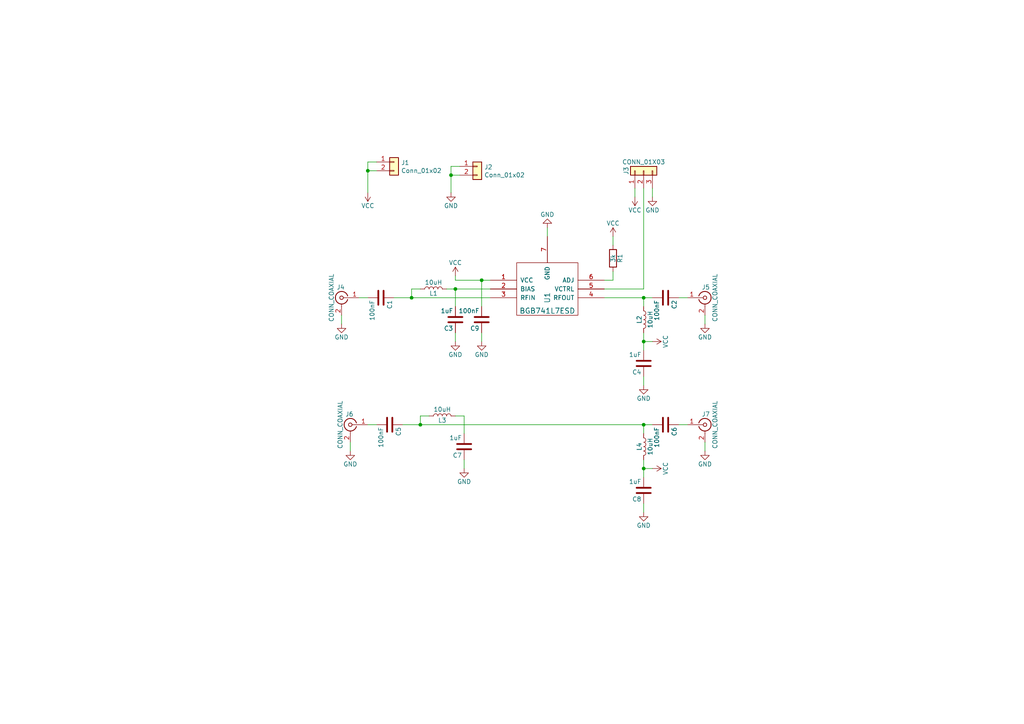
<source format=kicad_sch>
(kicad_sch (version 20230121) (generator eeschema)
  (paper "A4")
  (lib_symbols
    (symbol "BGB741L7ESD-rescue:BGB741L7ESD-gsg-symbols" (pin_names (offset 1.016))
      (property "Reference" "U" (at 0 -2.54 90))
      (property "Value" "gsg-symbols_BGB741L7ESD" (at 0 -6.35 0))
      (symbol "BGB741L7ESD-gsg-symbols_0_1"
        (rectangle (start -8.89 7.62) (end 8.89 -7.62))
      )
      (symbol "BGB741L7ESD-gsg-symbols_1_1"
        (pin power_in line (at -16.51 2.54 0) (length 7.62) (name "VCC") (number "1"))
        (pin output line (at -16.51 0 0) (length 7.62) (name "BIAS") (number "2"))
        (pin input line (at -16.51 -2.54 0) (length 7.62) (name "RFIN") (number "3"))
        (pin output line (at 16.51 -2.54 180) (length 7.62) (name "RFOUT") (number "4"))
        (pin input line (at 16.51 0 180) (length 7.62) (name "VCTRL") (number "5"))
        (pin input line (at 16.51 2.54 180) (length 7.62) (name "ADJ") (number "6"))
        (pin power_in line (at 0 15.24 270) (length 7.62) (name "GND") (number "7"))
      )
    )
    (symbol "Connector:Conn_Coaxial" (pin_names (offset 1.016) hide)
      (property "Reference" "J" (at 0.254 3.048 0))
      (property "Value" "Conn_Coaxial" (at 2.921 0 90))
      (symbol "Conn_Coaxial_0_1"
        (arc (start -1.778 -0.508) (mid 0.2311 -1.8066) (end 1.778 0) (stroke (width 0.254)))
        (polyline (pts (xy -2.54 0) (xy -0.508 0)))
        (polyline (pts (xy 0 -2.54) (xy 0 -1.778)))
        (circle (center 0 0) (radius 0.508) (stroke (width 0.2032)))
        (arc (start 1.778 0) (mid 0.2099 1.8101) (end -1.778 0.508) (stroke (width 0.254)))
      )
      (symbol "Conn_Coaxial_1_1"
        (pin passive line (at -5.08 0 0) (length 2.54) (name "In") (number "1"))
        (pin passive line (at 0 -5.08 90) (length 2.54) (name "Ext") (number "2"))
      )
    )
    (symbol "Connector_Generic:Conn_01x02" (pin_names (offset 1.016) hide)
      (property "Reference" "J" (at 0 2.54 0))
      (property "Value" "Conn_01x02" (at 0 -5.08 0))
      (symbol "Conn_01x02_1_1"
        (rectangle (start -1.27 -2.413) (end 0 -2.667) (stroke (width 0.1524)))
        (rectangle (start -1.27 0.127) (end 0 -0.127) (stroke (width 0.1524)))
        (rectangle (start -1.27 1.27) (end 1.27 -3.81) (stroke (width 0.254)) (fill (type background)))
        (pin passive line (at -5.08 0 0) (length 3.81) (name "Pin_1") (number "1"))
        (pin passive line (at -5.08 -2.54 0) (length 3.81) (name "Pin_2") (number "2"))
      )
    )
    (symbol "Connector_Generic:Conn_01x03" (pin_names (offset 1.016) hide)
      (property "Reference" "J" (at 0 5.08 0))
      (property "Value" "Conn_01x03" (at 0 -5.08 0))
      (symbol "Conn_01x03_1_1"
        (rectangle (start -1.27 -2.413) (end 0 -2.667) (stroke (width 0.1524)))
        (rectangle (start -1.27 0.127) (end 0 -0.127) (stroke (width 0.1524)))
        (rectangle (start -1.27 2.667) (end 0 2.413) (stroke (width 0.1524)))
        (rectangle (start -1.27 3.81) (end 1.27 -3.81) (stroke (width 0.254)) (fill (type background)))
        (pin passive line (at -5.08 2.54 0) (length 3.81) (name "Pin_1") (number "1"))
        (pin passive line (at -5.08 0 0) (length 3.81) (name "Pin_2") (number "2"))
        (pin passive line (at -5.08 -2.54 0) (length 3.81) (name "Pin_3") (number "3"))
      )
    )
    (symbol "Device:C" (pin_numbers hide) (pin_names (offset 0.254))
      (property "Reference" "C" (at 0.635 2.54 0))
      (property "Value" "C" (at 0.635 -2.54 0))
      (symbol "C_0_1"
        (polyline (pts (xy -2.032 -0.762) (xy 2.032 -0.762)) (stroke (width 0.508)))
        (polyline (pts (xy -2.032 0.762) (xy 2.032 0.762)) (stroke (width 0.508)))
      )
      (symbol "C_1_1"
        (pin passive line (at 0 3.81 270) (length 2.794) (name "~") (number "1"))
        (pin passive line (at 0 -3.81 90) (length 2.794) (name "~") (number "2"))
      )
    )
    (symbol "Device:L" (pin_numbers hide) (pin_names (offset 1.016) hide)
      (property "Reference" "L" (at -1.27 0 90))
      (property "Value" "L" (at 1.905 0 90))
      (symbol "L_0_1"
        (arc (start 0 -2.54) (mid 0.6323 -1.905) (end 0 -1.27))
        (arc (start 0 -1.27) (mid 0.6323 -0.635) (end 0 0))
        (arc (start 0 0) (mid 0.6323 0.635) (end 0 1.27))
        (arc (start 0 1.27) (mid 0.6323 1.905) (end 0 2.54))
      )
      (symbol "L_1_1"
        (pin passive line (at 0 3.81 270) (length 1.27) (name "1") (number "1"))
        (pin passive line (at 0 -3.81 90) (length 1.27) (name "2") (number "2"))
      )
    )
    (symbol "Device:R" (pin_numbers hide) (pin_names (offset 0))
      (property "Reference" "R" (at 2.032 0 90))
      (property "Value" "R" (at 0 0 90))
      (symbol "R_0_1"
        (rectangle (start -1.016 -2.54) (end 1.016 2.54) (stroke (width 0.254)))
      )
      (symbol "R_1_1"
        (pin passive line (at 0 3.81 270) (length 1.27) (name "~") (number "1"))
        (pin passive line (at 0 -3.81 90) (length 1.27) (name "~") (number "2"))
      )
    )
    (symbol "power:GND" (power) (pin_names (offset 0))
      (property "Value" "GND" (at 0 -3.81 0))
      (symbol "GND_0_1"
        (polyline (pts (xy 0 0) (xy 0 -1.27) (xy 1.27 -1.27) (xy 0 -2.54) (xy -1.27 -1.27) (xy 0 -1.27)))
      )
      (symbol "GND_1_1"
        (pin power_in line (at 0 0 270) (length 0) hide (name "GND") (number "1"))
      )
    )
    (symbol "power:VCC" (power) (pin_names (offset 0))
      (property "Value" "VCC" (at 0 3.81 0))
      (symbol "VCC_0_1"
        (polyline (pts (xy -0.762 1.27) (xy 0 2.54)))
        (polyline (pts (xy 0 0) (xy 0 2.54)))
        (polyline (pts (xy 0 2.54) (xy 0.762 1.27)))
      )
      (symbol "VCC_1_1"
        (pin power_in line (at 0 0 90) (length 0) hide (name "VCC") (number "1"))
      )
    )
  )
  (junction (at 121.92 123.19))
  (junction (at 139.7 81.28))
  (junction (at 106.68 49.53))
  (junction (at 186.69 135.89))
  (junction (at 119.38 86.36))
  (junction (at 132.08 83.82))
  (junction (at 186.69 86.36))
  (junction (at 186.69 99.06))
  (junction (at 186.69 123.19))
  (junction (at 130.81 50.8))
  (wire (pts (xy 184.15 54.61) (xy 184.15 57.15)))
  (wire (pts (xy 106.68 46.99) (xy 109.22 46.99)))
  (wire (pts (xy 130.81 50.8) (xy 130.81 48.26)))
  (wire (pts (xy 116.84 123.19) (xy 121.92 123.19)))
  (wire (pts (xy 119.38 86.36) (xy 142.24 86.36)))
  (wire (pts (xy 132.08 83.82) (xy 132.08 88.9)))
  (wire (pts (xy 132.08 120.65) (xy 134.62 120.65)))
  (wire (pts (xy 189.23 54.61) (xy 189.23 57.15)))
  (wire (pts (xy 99.06 93.98) (xy 99.06 91.44)))
  (wire (pts (xy 158.75 66.04) (xy 158.75 68.58)))
  (wire (pts (xy 186.69 123.19) (xy 186.69 125.73)))
  (wire (pts (xy 186.69 99.06) (xy 186.69 101.6)))
  (wire (pts (xy 132.08 96.52) (xy 132.08 99.06)))
  (wire (pts (xy 204.47 128.27) (xy 204.47 130.81)))
  (wire (pts (xy 175.26 81.28) (xy 177.8 81.28)))
  (wire (pts (xy 186.69 146.05) (xy 186.69 148.59)))
  (wire (pts (xy 106.68 55.88) (xy 106.68 49.53)))
  (wire (pts (xy 121.92 123.19) (xy 186.69 123.19)))
  (wire (pts (xy 130.81 55.88) (xy 130.81 50.8)))
  (wire (pts (xy 139.7 88.9) (xy 139.7 81.28)))
  (wire (pts (xy 104.14 86.36) (xy 106.68 86.36)))
  (wire (pts (xy 132.08 80.01) (xy 132.08 81.28)))
  (wire (pts (xy 186.69 135.89) (xy 186.69 138.43)))
  (wire (pts (xy 196.85 123.19) (xy 199.39 123.19)))
  (wire (pts (xy 175.26 83.82) (xy 186.69 83.82)))
  (wire (pts (xy 186.69 109.22) (xy 186.69 111.76)))
  (wire (pts (xy 106.68 49.53) (xy 106.68 46.99)))
  (wire (pts (xy 186.69 123.19) (xy 189.23 123.19)))
  (wire (pts (xy 121.92 120.65) (xy 121.92 123.19)))
  (wire (pts (xy 119.38 83.82) (xy 119.38 86.36)))
  (wire (pts (xy 204.47 91.44) (xy 204.47 93.98)))
  (wire (pts (xy 186.69 133.35) (xy 186.69 135.89)))
  (wire (pts (xy 101.6 130.81) (xy 101.6 128.27)))
  (wire (pts (xy 134.62 133.35) (xy 134.62 135.89)))
  (wire (pts (xy 186.69 86.36) (xy 189.23 86.36)))
  (wire (pts (xy 175.26 86.36) (xy 186.69 86.36)))
  (wire (pts (xy 186.69 99.06) (xy 189.23 99.06)))
  (wire (pts (xy 139.7 81.28) (xy 142.24 81.28)))
  (wire (pts (xy 132.08 81.28) (xy 139.7 81.28)))
  (wire (pts (xy 196.85 86.36) (xy 199.39 86.36)))
  (wire (pts (xy 186.69 83.82) (xy 186.69 54.61)))
  (wire (pts (xy 134.62 120.65) (xy 134.62 125.73)))
  (wire (pts (xy 124.46 120.65) (xy 121.92 120.65)))
  (wire (pts (xy 186.69 96.52) (xy 186.69 99.06)))
  (wire (pts (xy 106.68 49.53) (xy 109.22 49.53)))
  (wire (pts (xy 129.54 83.82) (xy 132.08 83.82)))
  (wire (pts (xy 177.8 81.28) (xy 177.8 78.74)))
  (wire (pts (xy 106.68 123.19) (xy 109.22 123.19)))
  (wire (pts (xy 121.92 83.82) (xy 119.38 83.82)))
  (wire (pts (xy 186.69 135.89) (xy 189.23 135.89)))
  (wire (pts (xy 139.7 96.52) (xy 139.7 99.06)))
  (wire (pts (xy 177.8 68.58) (xy 177.8 71.12)))
  (wire (pts (xy 130.81 48.26) (xy 133.35 48.26)))
  (wire (pts (xy 186.69 88.9) (xy 186.69 86.36)))
  (wire (pts (xy 114.3 86.36) (xy 119.38 86.36)))
  (wire (pts (xy 132.08 83.82) (xy 142.24 83.82)))
  (wire (pts (xy 130.81 50.8) (xy 133.35 50.8)))
  (symbol (lib_id "Connector:Conn_Coaxial") (at 204.47 86.36 0) (unit 1)
    (property "Reference" "J5" (at 204.724 83.312 0))
    (property "Value" "CONN_COAXIAL" (at 207.391 86.36 90))
    (property "Footprint" "gsg-modules:SMA-73251-2120" (effects hide))
  )
  (symbol (lib_id "Connector:Conn_Coaxial") (at 99.06 86.36 0) (mirror y) (unit 1)
    (property "Reference" "J4" (at 98.806 83.312 0))
    (property "Value" "CONN_COAXIAL" (at 96.139 86.36 90))
    (property "Footprint" "gsg-modules:SMA-73251-2120" (effects hide))
  )
  (symbol (lib_id "BGB741L7ESD-rescue:BGB741L7ESD-gsg-symbols") (at 158.75 83.82 0) (unit 1)
    (property "Reference" "U1" (at 158.75 86.36 90) (effects (font (size 1.524 1.524))))
    (property "Value" "BGB741L7ESD" (at 158.75 90.17 0) (effects (font (size 1.524 1.524))))
    (property "Footprint" "gsg-modules:TSLP-7-1" (effects hide))
  )
  (symbol (lib_id "Device:C") (at 193.04 86.36 270) (unit 1)
    (property "Reference" "C2" (at 195.58 86.995 0) (effects (justify left)))
    (property "Value" "100nF" (at 190.5 86.995 0) (effects (justify left)))
    (property "Footprint" "gsg-modules:0402" (effects hide))
  )
  (symbol (lib_id "Device:C") (at 110.49 86.36 270) (unit 1)
    (property "Reference" "C1" (at 113.03 86.995 0) (effects (justify left)))
    (property "Value" "100nF" (at 107.95 86.995 0) (effects (justify left)))
    (property "Footprint" "gsg-modules:0402" (effects hide))
  )
  (symbol (lib_id "Device:L") (at 186.69 92.71 0) (unit 1)
    (property "Reference" "L2" (at 185.42 92.71 90))
    (property "Value" "10uH" (at 188.595 92.71 90))
    (property "Footprint" "gsg-modules:0603" (effects hide))
  )
  (symbol (lib_id "Device:C") (at 186.69 105.41 180) (unit 1)
    (property "Reference" "C4" (at 186.055 107.95 0) (effects (justify left)))
    (property "Value" "1uF" (at 186.055 102.87 0) (effects (justify left)))
    (property "Footprint" "gsg-modules:0603" (effects hide))
  )
  (symbol (lib_id "power:GND") (at 186.69 111.76 0) (unit 1)
    (property "Reference" "#PWR01" (effects hide))
    (property "Value" "GND" (at 186.69 115.57 0))
  )
  (symbol (lib_id "power:VCC") (at 189.23 99.06 270) (unit 1)
    (property "Reference" "#PWR02" (effects hide))
    (property "Value" "VCC" (at 193.04 99.06 0))
  )
  (symbol (lib_id "Device:L") (at 125.73 83.82 90) (unit 1)
    (property "Reference" "L1" (at 125.73 85.09 90))
    (property "Value" "10uH" (at 125.73 81.915 90))
    (property "Footprint" "gsg-modules:0603" (effects hide))
  )
  (symbol (lib_id "Device:C") (at 132.08 92.71 180) (unit 1)
    (property "Reference" "C3" (at 131.445 95.25 0) (effects (justify left)))
    (property "Value" "1uF" (at 131.445 90.17 0) (effects (justify left)))
    (property "Footprint" "gsg-modules:0603" (effects hide))
  )
  (symbol (lib_id "power:GND") (at 132.08 99.06 0) (unit 1)
    (property "Reference" "#PWR03" (effects hide))
    (property "Value" "GND" (at 132.08 102.87 0))
  )
  (symbol (lib_id "power:VCC") (at 132.08 80.01 0) (unit 1)
    (property "Reference" "#PWR04" (effects hide))
    (property "Value" "VCC" (at 132.08 76.2 0))
  )
  (symbol (lib_id "power:GND") (at 158.75 66.04 180) (unit 1)
    (property "Reference" "#PWR05" (effects hide))
    (property "Value" "GND" (at 158.75 62.23 0))
  )
  (symbol (lib_id "Device:R") (at 177.8 74.93 0) (unit 1)
    (property "Reference" "R1" (at 179.832 74.93 90))
    (property "Value" "3k" (at 177.8 74.93 90))
    (property "Footprint" "gsg-modules:0603" (effects hide))
  )
  (symbol (lib_id "power:VCC") (at 177.8 68.58 0) (unit 1)
    (property "Reference" "#PWR06" (effects hide))
    (property "Value" "VCC" (at 177.8 64.77 0))
  )
  (symbol (lib_id "power:GND") (at 204.47 93.98 0) (unit 1)
    (property "Reference" "#PWR07" (effects hide))
    (property "Value" "GND" (at 204.47 97.79 0))
  )
  (symbol (lib_id "power:GND") (at 99.06 93.98 0) (unit 1)
    (property "Reference" "#PWR08" (effects hide))
    (property "Value" "GND" (at 99.06 97.79 0))
  )
  (symbol (lib_id "Connector_Generic:Conn_01x03") (at 186.69 49.53 90) (unit 1)
    (property "Reference" "J3" (at 181.61 49.53 0))
    (property "Value" "CONN_01X03" (at 186.69 46.99 90))
    (property "Footprint" "Connector_PinHeader_2.54mm:PinHeader_1x03_P2.54mm_Vertical" (effects hide))
  )
  (symbol (lib_id "power:VCC") (at 184.15 57.15 180) (unit 1)
    (property "Reference" "#PWR09" (effects hide))
    (property "Value" "VCC" (at 184.15 60.96 0))
  )
  (symbol (lib_id "power:GND") (at 189.23 57.15 0) (unit 1)
    (property "Reference" "#PWR010" (effects hide))
    (property "Value" "GND" (at 189.23 60.96 0))
  )
  (symbol (lib_id "Device:C") (at 139.7 92.71 180) (unit 1)
    (property "Reference" "C9" (at 139.065 95.25 0) (effects (justify left)))
    (property "Value" "100nF" (at 139.065 90.17 0) (effects (justify left)))
    (property "Footprint" "gsg-modules:0402" (effects hide))
  )
  (symbol (lib_id "power:VCC") (at 106.68 55.88 180) (unit 1)
    (property "Reference" "#PWR011" (effects hide))
    (property "Value" "VCC" (at 106.68 59.69 0))
  )
  (symbol (lib_id "power:GND") (at 139.7 99.06 0) (unit 1)
    (property "Reference" "#PWR018" (effects hide))
    (property "Value" "GND" (at 139.7 102.87 0))
  )
  (symbol (lib_id "power:GND") (at 130.81 55.88 0) (unit 1)
    (property "Reference" "#PWR012" (effects hide))
    (property "Value" "GND" (at 130.81 59.69 0))
  )
  (symbol (lib_id "Connector:Conn_Coaxial") (at 204.47 123.19 0) (unit 1)
    (property "Reference" "J7" (at 204.724 120.142 0))
    (property "Value" "CONN_COAXIAL" (at 207.391 123.19 90))
    (property "Footprint" "gsg-modules:SMA-73251-2120" (effects hide))
  )
  (symbol (lib_id "Connector:Conn_Coaxial") (at 101.6 123.19 0) (mirror y) (unit 1)
    (property "Reference" "J6" (at 101.346 120.142 0))
    (property "Value" "CONN_COAXIAL" (at 98.679 123.19 90))
    (property "Footprint" "gsg-modules:SMA-73251-2120" (effects hide))
  )
  (symbol (lib_id "Device:C") (at 193.04 123.19 270) (unit 1)
    (property "Reference" "C6" (at 195.58 123.825 0) (effects (justify left)))
    (property "Value" "100nF" (at 190.5 123.825 0) (effects (justify left)))
    (property "Footprint" "gsg-modules:0402" (effects hide))
  )
  (symbol (lib_id "Device:C") (at 113.03 123.19 270) (unit 1)
    (property "Reference" "C5" (at 115.57 123.825 0) (effects (justify left)))
    (property "Value" "100nF" (at 110.49 123.825 0) (effects (justify left)))
    (property "Footprint" "gsg-modules:0402" (effects hide))
  )
  (symbol (lib_id "Device:L") (at 186.69 129.54 0) (unit 1)
    (property "Reference" "L4" (at 185.42 129.54 90))
    (property "Value" "10uH" (at 188.595 129.54 90))
    (property "Footprint" "gsg-modules:0603" (effects hide))
  )
  (symbol (lib_id "Device:C") (at 186.69 142.24 180) (unit 1)
    (property "Reference" "C8" (at 186.055 144.78 0) (effects (justify left)))
    (property "Value" "1uF" (at 186.055 139.7 0) (effects (justify left)))
    (property "Footprint" "gsg-modules:0603" (effects hide))
  )
  (symbol (lib_id "power:GND") (at 186.69 148.59 0) (unit 1)
    (property "Reference" "#PWR013" (effects hide))
    (property "Value" "GND" (at 186.69 152.4 0))
  )
  (symbol (lib_id "power:VCC") (at 189.23 135.89 270) (unit 1)
    (property "Reference" "#PWR014" (effects hide))
    (property "Value" "VCC" (at 193.04 135.89 0))
  )
  (symbol (lib_id "Device:L") (at 128.27 120.65 90) (unit 1)
    (property "Reference" "L3" (at 128.27 121.92 90))
    (property "Value" "10uH" (at 128.27 118.745 90))
    (property "Footprint" "gsg-modules:0603" (effects hide))
  )
  (symbol (lib_id "Device:C") (at 134.62 129.54 180) (unit 1)
    (property "Reference" "C7" (at 133.985 132.08 0) (effects (justify left)))
    (property "Value" "1uF" (at 133.985 127 0) (effects (justify left)))
    (property "Footprint" "gsg-modules:0603" (effects hide))
  )
  (symbol (lib_id "power:GND") (at 134.62 135.89 0) (unit 1)
    (property "Reference" "#PWR015" (effects hide))
    (property "Value" "GND" (at 134.62 139.7 0))
  )
  (symbol (lib_id "power:GND") (at 204.47 130.81 0) (unit 1)
    (property "Reference" "#PWR016" (effects hide))
    (property "Value" "GND" (at 204.47 134.62 0))
  )
  (symbol (lib_id "power:GND") (at 101.6 130.81 0) (unit 1)
    (property "Reference" "#PWR017" (effects hide))
    (property "Value" "GND" (at 101.6 134.62 0))
  )
  (symbol (lib_id "Connector_Generic:Conn_01x02") (at 138.43 48.26 0) (unit 1)
    (property "Reference" "J2" (at 140.462 48.4632 0) (effects (justify left)))
    (property "Value" "Conn_01x02" (at 140.462 50.7746 0) (effects (justify left)))
    (property "Footprint" "Connector_PinHeader_2.54mm:PinHeader_1x02_P2.54mm_Vertical" (effects hide))
  )
  (symbol (lib_id "Connector_Generic:Conn_01x02") (at 114.3 46.99 0) (unit 1)
    (property "Reference" "J1" (at 116.332 47.1932 0) (effects (justify left)))
    (property "Value" "Conn_01x02" (at 116.332 49.5046 0) (effects (justify left)))
    (property "Footprint" "Connector_PinHeader_2.54mm:PinHeader_1x02_P2.54mm_Vertical" (effects hide))
  )
)
</source>
